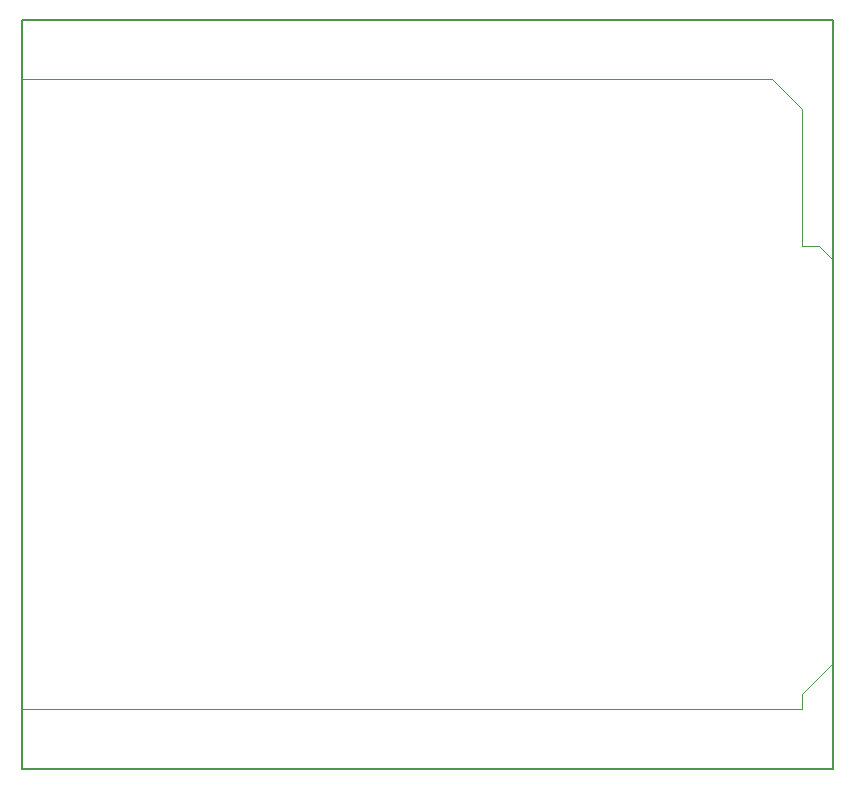
<source format=gko>
G04*
G04 #@! TF.GenerationSoftware,Altium Limited,Altium Designer,19.0.15 (446)*
G04*
G04 Layer_Color=16711935*
%FSLAX44Y44*%
%MOMM*%
G71*
G01*
G75*
%ADD59C,0.2000*%
%ADD127C,0.1000*%
G36*
X449904Y469804D02*
D01*
D02*
G37*
D59*
X254000Y204000D02*
Y838390D01*
Y204000D02*
X940820D01*
Y838390D01*
X254000D02*
X940820D01*
D127*
X928804Y647004D02*
X940304Y635504D01*
X914904Y647004D02*
X928804D01*
X914904D02*
Y762504D01*
X284504Y254504D02*
X914904D01*
X274504D02*
X914904D01*
X264504D02*
X914904D01*
X254504D02*
Y787904D01*
X889504D01*
X914904Y762504D01*
X940304Y292604D02*
Y635504D01*
X914904Y267204D02*
X940304Y292604D01*
X914904Y254504D02*
Y267204D01*
X254504Y254504D02*
X914904D01*
M02*

</source>
